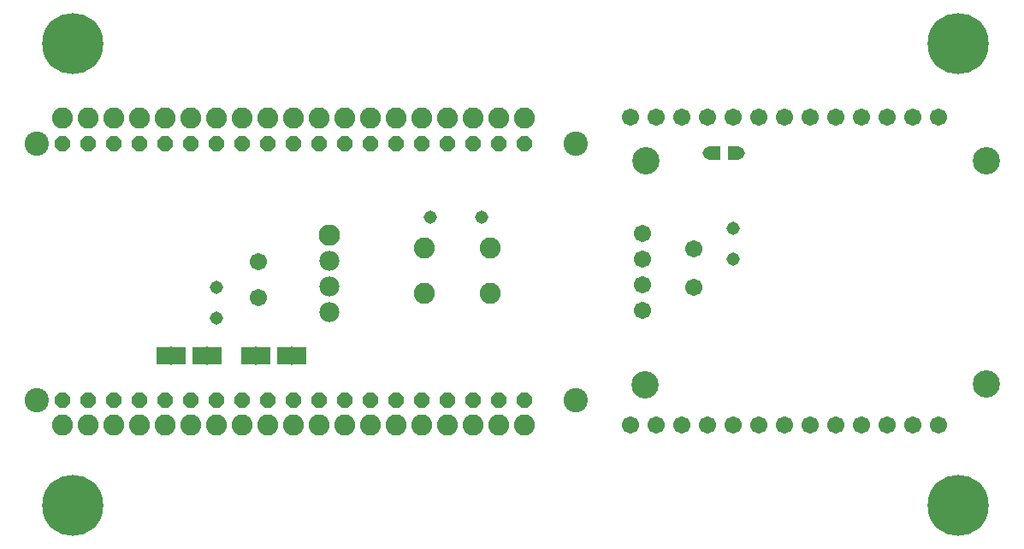
<source format=gbr>
G04 EAGLE Gerber RS-274X export*
G75*
%MOMM*%
%FSLAX34Y34*%
%LPD*%
%INSoldermask Top*%
%IPPOS*%
%AMOC8*
5,1,8,0,0,1.08239X$1,22.5*%
G01*
%ADD10C,2.403200*%
%ADD11C,2.703200*%
%ADD12P,1.635708X8X292.500000*%
%ADD13C,1.981200*%
%ADD14C,2.103200*%
%ADD15C,1.711200*%
%ADD16C,6.045200*%
%ADD17C,2.082800*%
%ADD18R,1.003200X1.403200*%
%ADD19R,1.371600X1.803400*%
%ADD20R,0.152400X1.828800*%
%ADD21C,1.703200*%
%ADD22C,1.309600*%


D10*
X17780Y410210D03*
X17780Y156210D03*
X551180Y156210D03*
X551180Y410210D03*
D11*
X621030Y393700D03*
X619760Y171450D03*
X957580Y393700D03*
X957580Y172720D03*
D12*
X43180Y410210D03*
X68580Y410210D03*
X93980Y410210D03*
X119380Y410210D03*
X144780Y410210D03*
X170180Y410210D03*
X195580Y410210D03*
X220980Y410210D03*
X246380Y410210D03*
X271780Y410210D03*
X297180Y410210D03*
X322580Y410210D03*
X347980Y410210D03*
X373380Y410210D03*
X398780Y410210D03*
X424180Y410210D03*
X449580Y410210D03*
X474980Y410210D03*
X500380Y410210D03*
X500380Y156210D03*
X474980Y156210D03*
X449580Y156210D03*
X424180Y156210D03*
X398780Y156210D03*
X373380Y156210D03*
X347980Y156210D03*
X322580Y156210D03*
X297180Y156210D03*
X271780Y156210D03*
X246380Y156210D03*
X220980Y156210D03*
X195580Y156210D03*
X170180Y156210D03*
X144780Y156210D03*
X119380Y156210D03*
X93980Y156210D03*
X68580Y156210D03*
X43180Y156210D03*
D13*
X307340Y243840D03*
X307340Y269240D03*
X307340Y294640D03*
D14*
X307340Y320040D03*
D15*
X910590Y436880D03*
X885190Y436880D03*
X859790Y436880D03*
X834390Y436880D03*
X808990Y436880D03*
X783590Y436880D03*
X758190Y436880D03*
X732790Y436880D03*
X707390Y436880D03*
X681990Y436880D03*
X656590Y436880D03*
X631190Y436880D03*
X605790Y436880D03*
X605790Y132080D03*
X631190Y132080D03*
X656590Y132080D03*
X681990Y132080D03*
X707390Y132080D03*
X732790Y132080D03*
X758190Y132080D03*
X783590Y132080D03*
X808990Y132080D03*
X834390Y132080D03*
X859790Y132080D03*
X885190Y132080D03*
X910590Y132080D03*
D16*
X53340Y509270D03*
X929640Y509270D03*
X53340Y52070D03*
X929640Y52070D03*
D17*
X466852Y307086D03*
X401828Y307086D03*
X466852Y261874D03*
X401828Y261874D03*
D15*
X617220Y321310D03*
X617220Y295910D03*
X617220Y270510D03*
X617220Y245110D03*
D18*
X689500Y401320D03*
X707500Y401320D03*
D19*
X143510Y200660D03*
X158750Y200660D03*
D20*
X151130Y200660D03*
D19*
X227330Y200660D03*
X242570Y200660D03*
D20*
X234950Y200660D03*
D19*
X262890Y200660D03*
X278130Y200660D03*
D20*
X270510Y200660D03*
D19*
X179070Y200660D03*
X194310Y200660D03*
D20*
X186690Y200660D03*
D17*
X43180Y435610D03*
X68580Y435610D03*
X93980Y435610D03*
X119380Y435610D03*
X144780Y435610D03*
X170180Y435610D03*
X195580Y435610D03*
X220980Y435610D03*
X246380Y435610D03*
X271780Y435610D03*
X297180Y435610D03*
X322580Y435610D03*
X347980Y435610D03*
X373380Y435610D03*
X398780Y435610D03*
X424180Y435610D03*
X449580Y435610D03*
X474980Y435610D03*
X500380Y435610D03*
X43180Y132080D03*
X68580Y132080D03*
X93980Y132080D03*
X119380Y132080D03*
X144780Y132080D03*
X170180Y132080D03*
X195580Y132080D03*
X220980Y132080D03*
X246380Y132080D03*
X271780Y132080D03*
X297180Y132080D03*
X322580Y132080D03*
X347980Y132080D03*
X373380Y132080D03*
X398780Y132080D03*
X424180Y132080D03*
X449580Y132080D03*
X474980Y132080D03*
X500380Y132080D03*
D21*
X237490Y293370D03*
X668020Y267970D03*
D22*
X712470Y401320D03*
X195580Y267970D03*
X707390Y295910D03*
X458470Y337820D03*
X195580Y237490D03*
D21*
X668020Y306070D03*
D22*
X683260Y401320D03*
X707390Y326390D03*
X407670Y337820D03*
D21*
X237490Y257810D03*
M02*

</source>
